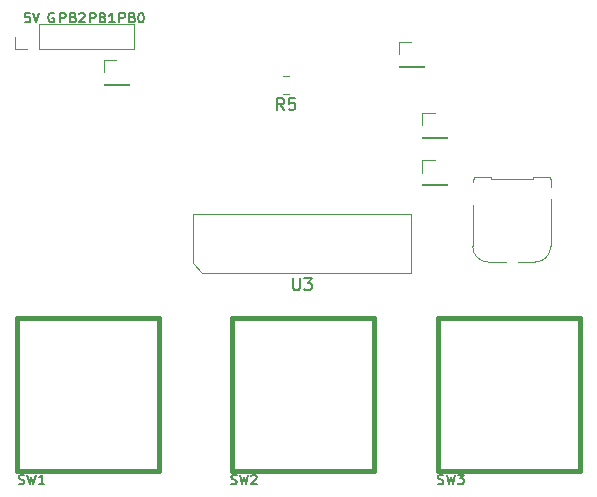
<source format=gbr>
%TF.GenerationSoftware,KiCad,Pcbnew,7.0.9*%
%TF.CreationDate,2024-01-16T21:18:43+00:00*%
%TF.ProjectId,egg-timer,6567672d-7469-46d6-9572-2e6b69636164,rev?*%
%TF.SameCoordinates,Original*%
%TF.FileFunction,Legend,Top*%
%TF.FilePolarity,Positive*%
%FSLAX46Y46*%
G04 Gerber Fmt 4.6, Leading zero omitted, Abs format (unit mm)*
G04 Created by KiCad (PCBNEW 7.0.9) date 2024-01-16 21:18:43*
%MOMM*%
%LPD*%
G01*
G04 APERTURE LIST*
%ADD10C,0.152400*%
%ADD11C,0.150000*%
%ADD12C,0.400000*%
%ADD13C,0.120000*%
G04 APERTURE END LIST*
D10*
X137255082Y-117853899D02*
X137371196Y-117892603D01*
X137371196Y-117892603D02*
X137564720Y-117892603D01*
X137564720Y-117892603D02*
X137642129Y-117853899D01*
X137642129Y-117853899D02*
X137680834Y-117815194D01*
X137680834Y-117815194D02*
X137719539Y-117737784D01*
X137719539Y-117737784D02*
X137719539Y-117660375D01*
X137719539Y-117660375D02*
X137680834Y-117582965D01*
X137680834Y-117582965D02*
X137642129Y-117544260D01*
X137642129Y-117544260D02*
X137564720Y-117505556D01*
X137564720Y-117505556D02*
X137409901Y-117466851D01*
X137409901Y-117466851D02*
X137332491Y-117428146D01*
X137332491Y-117428146D02*
X137293786Y-117389441D01*
X137293786Y-117389441D02*
X137255082Y-117312032D01*
X137255082Y-117312032D02*
X137255082Y-117234622D01*
X137255082Y-117234622D02*
X137293786Y-117157213D01*
X137293786Y-117157213D02*
X137332491Y-117118508D01*
X137332491Y-117118508D02*
X137409901Y-117079803D01*
X137409901Y-117079803D02*
X137603424Y-117079803D01*
X137603424Y-117079803D02*
X137719539Y-117118508D01*
X137990472Y-117079803D02*
X138183996Y-117892603D01*
X138183996Y-117892603D02*
X138338815Y-117312032D01*
X138338815Y-117312032D02*
X138493634Y-117892603D01*
X138493634Y-117892603D02*
X138687158Y-117079803D01*
X138919386Y-117079803D02*
X139422548Y-117079803D01*
X139422548Y-117079803D02*
X139151614Y-117389441D01*
X139151614Y-117389441D02*
X139267729Y-117389441D01*
X139267729Y-117389441D02*
X139345138Y-117428146D01*
X139345138Y-117428146D02*
X139383843Y-117466851D01*
X139383843Y-117466851D02*
X139422548Y-117544260D01*
X139422548Y-117544260D02*
X139422548Y-117737784D01*
X139422548Y-117737784D02*
X139383843Y-117815194D01*
X139383843Y-117815194D02*
X139345138Y-117853899D01*
X139345138Y-117853899D02*
X139267729Y-117892603D01*
X139267729Y-117892603D02*
X139035500Y-117892603D01*
X139035500Y-117892603D02*
X138958091Y-117853899D01*
X138958091Y-117853899D02*
X138919386Y-117815194D01*
X104719539Y-78018508D02*
X104642129Y-77979803D01*
X104642129Y-77979803D02*
X104526015Y-77979803D01*
X104526015Y-77979803D02*
X104409901Y-78018508D01*
X104409901Y-78018508D02*
X104332491Y-78095918D01*
X104332491Y-78095918D02*
X104293786Y-78173327D01*
X104293786Y-78173327D02*
X104255082Y-78328146D01*
X104255082Y-78328146D02*
X104255082Y-78444260D01*
X104255082Y-78444260D02*
X104293786Y-78599079D01*
X104293786Y-78599079D02*
X104332491Y-78676489D01*
X104332491Y-78676489D02*
X104409901Y-78753899D01*
X104409901Y-78753899D02*
X104526015Y-78792603D01*
X104526015Y-78792603D02*
X104603424Y-78792603D01*
X104603424Y-78792603D02*
X104719539Y-78753899D01*
X104719539Y-78753899D02*
X104758243Y-78715194D01*
X104758243Y-78715194D02*
X104758243Y-78444260D01*
X104758243Y-78444260D02*
X104603424Y-78444260D01*
X107823786Y-78792603D02*
X107823786Y-77979803D01*
X107823786Y-77979803D02*
X108133424Y-77979803D01*
X108133424Y-77979803D02*
X108210834Y-78018508D01*
X108210834Y-78018508D02*
X108249539Y-78057213D01*
X108249539Y-78057213D02*
X108288243Y-78134622D01*
X108288243Y-78134622D02*
X108288243Y-78250737D01*
X108288243Y-78250737D02*
X108249539Y-78328146D01*
X108249539Y-78328146D02*
X108210834Y-78366851D01*
X108210834Y-78366851D02*
X108133424Y-78405556D01*
X108133424Y-78405556D02*
X107823786Y-78405556D01*
X108907520Y-78366851D02*
X109023634Y-78405556D01*
X109023634Y-78405556D02*
X109062339Y-78444260D01*
X109062339Y-78444260D02*
X109101043Y-78521670D01*
X109101043Y-78521670D02*
X109101043Y-78637784D01*
X109101043Y-78637784D02*
X109062339Y-78715194D01*
X109062339Y-78715194D02*
X109023634Y-78753899D01*
X109023634Y-78753899D02*
X108946224Y-78792603D01*
X108946224Y-78792603D02*
X108636586Y-78792603D01*
X108636586Y-78792603D02*
X108636586Y-77979803D01*
X108636586Y-77979803D02*
X108907520Y-77979803D01*
X108907520Y-77979803D02*
X108984929Y-78018508D01*
X108984929Y-78018508D02*
X109023634Y-78057213D01*
X109023634Y-78057213D02*
X109062339Y-78134622D01*
X109062339Y-78134622D02*
X109062339Y-78212032D01*
X109062339Y-78212032D02*
X109023634Y-78289441D01*
X109023634Y-78289441D02*
X108984929Y-78328146D01*
X108984929Y-78328146D02*
X108907520Y-78366851D01*
X108907520Y-78366851D02*
X108636586Y-78366851D01*
X109875139Y-78792603D02*
X109410682Y-78792603D01*
X109642910Y-78792603D02*
X109642910Y-77979803D01*
X109642910Y-77979803D02*
X109565501Y-78095918D01*
X109565501Y-78095918D02*
X109488091Y-78173327D01*
X109488091Y-78173327D02*
X109410682Y-78212032D01*
X105293786Y-78792603D02*
X105293786Y-77979803D01*
X105293786Y-77979803D02*
X105603424Y-77979803D01*
X105603424Y-77979803D02*
X105680834Y-78018508D01*
X105680834Y-78018508D02*
X105719539Y-78057213D01*
X105719539Y-78057213D02*
X105758243Y-78134622D01*
X105758243Y-78134622D02*
X105758243Y-78250737D01*
X105758243Y-78250737D02*
X105719539Y-78328146D01*
X105719539Y-78328146D02*
X105680834Y-78366851D01*
X105680834Y-78366851D02*
X105603424Y-78405556D01*
X105603424Y-78405556D02*
X105293786Y-78405556D01*
X106377520Y-78366851D02*
X106493634Y-78405556D01*
X106493634Y-78405556D02*
X106532339Y-78444260D01*
X106532339Y-78444260D02*
X106571043Y-78521670D01*
X106571043Y-78521670D02*
X106571043Y-78637784D01*
X106571043Y-78637784D02*
X106532339Y-78715194D01*
X106532339Y-78715194D02*
X106493634Y-78753899D01*
X106493634Y-78753899D02*
X106416224Y-78792603D01*
X106416224Y-78792603D02*
X106106586Y-78792603D01*
X106106586Y-78792603D02*
X106106586Y-77979803D01*
X106106586Y-77979803D02*
X106377520Y-77979803D01*
X106377520Y-77979803D02*
X106454929Y-78018508D01*
X106454929Y-78018508D02*
X106493634Y-78057213D01*
X106493634Y-78057213D02*
X106532339Y-78134622D01*
X106532339Y-78134622D02*
X106532339Y-78212032D01*
X106532339Y-78212032D02*
X106493634Y-78289441D01*
X106493634Y-78289441D02*
X106454929Y-78328146D01*
X106454929Y-78328146D02*
X106377520Y-78366851D01*
X106377520Y-78366851D02*
X106106586Y-78366851D01*
X106880682Y-78057213D02*
X106919386Y-78018508D01*
X106919386Y-78018508D02*
X106996796Y-77979803D01*
X106996796Y-77979803D02*
X107190320Y-77979803D01*
X107190320Y-77979803D02*
X107267729Y-78018508D01*
X107267729Y-78018508D02*
X107306434Y-78057213D01*
X107306434Y-78057213D02*
X107345139Y-78134622D01*
X107345139Y-78134622D02*
X107345139Y-78212032D01*
X107345139Y-78212032D02*
X107306434Y-78328146D01*
X107306434Y-78328146D02*
X106841977Y-78792603D01*
X106841977Y-78792603D02*
X107345139Y-78792603D01*
X110293786Y-78792603D02*
X110293786Y-77979803D01*
X110293786Y-77979803D02*
X110603424Y-77979803D01*
X110603424Y-77979803D02*
X110680834Y-78018508D01*
X110680834Y-78018508D02*
X110719539Y-78057213D01*
X110719539Y-78057213D02*
X110758243Y-78134622D01*
X110758243Y-78134622D02*
X110758243Y-78250737D01*
X110758243Y-78250737D02*
X110719539Y-78328146D01*
X110719539Y-78328146D02*
X110680834Y-78366851D01*
X110680834Y-78366851D02*
X110603424Y-78405556D01*
X110603424Y-78405556D02*
X110293786Y-78405556D01*
X111377520Y-78366851D02*
X111493634Y-78405556D01*
X111493634Y-78405556D02*
X111532339Y-78444260D01*
X111532339Y-78444260D02*
X111571043Y-78521670D01*
X111571043Y-78521670D02*
X111571043Y-78637784D01*
X111571043Y-78637784D02*
X111532339Y-78715194D01*
X111532339Y-78715194D02*
X111493634Y-78753899D01*
X111493634Y-78753899D02*
X111416224Y-78792603D01*
X111416224Y-78792603D02*
X111106586Y-78792603D01*
X111106586Y-78792603D02*
X111106586Y-77979803D01*
X111106586Y-77979803D02*
X111377520Y-77979803D01*
X111377520Y-77979803D02*
X111454929Y-78018508D01*
X111454929Y-78018508D02*
X111493634Y-78057213D01*
X111493634Y-78057213D02*
X111532339Y-78134622D01*
X111532339Y-78134622D02*
X111532339Y-78212032D01*
X111532339Y-78212032D02*
X111493634Y-78289441D01*
X111493634Y-78289441D02*
X111454929Y-78328146D01*
X111454929Y-78328146D02*
X111377520Y-78366851D01*
X111377520Y-78366851D02*
X111106586Y-78366851D01*
X112074205Y-77979803D02*
X112151615Y-77979803D01*
X112151615Y-77979803D02*
X112229024Y-78018508D01*
X112229024Y-78018508D02*
X112267729Y-78057213D01*
X112267729Y-78057213D02*
X112306434Y-78134622D01*
X112306434Y-78134622D02*
X112345139Y-78289441D01*
X112345139Y-78289441D02*
X112345139Y-78482965D01*
X112345139Y-78482965D02*
X112306434Y-78637784D01*
X112306434Y-78637784D02*
X112267729Y-78715194D01*
X112267729Y-78715194D02*
X112229024Y-78753899D01*
X112229024Y-78753899D02*
X112151615Y-78792603D01*
X112151615Y-78792603D02*
X112074205Y-78792603D01*
X112074205Y-78792603D02*
X111996796Y-78753899D01*
X111996796Y-78753899D02*
X111958091Y-78715194D01*
X111958091Y-78715194D02*
X111919386Y-78637784D01*
X111919386Y-78637784D02*
X111880682Y-78482965D01*
X111880682Y-78482965D02*
X111880682Y-78289441D01*
X111880682Y-78289441D02*
X111919386Y-78134622D01*
X111919386Y-78134622D02*
X111958091Y-78057213D01*
X111958091Y-78057213D02*
X111996796Y-78018508D01*
X111996796Y-78018508D02*
X112074205Y-77979803D01*
X119755082Y-117853899D02*
X119871196Y-117892603D01*
X119871196Y-117892603D02*
X120064720Y-117892603D01*
X120064720Y-117892603D02*
X120142129Y-117853899D01*
X120142129Y-117853899D02*
X120180834Y-117815194D01*
X120180834Y-117815194D02*
X120219539Y-117737784D01*
X120219539Y-117737784D02*
X120219539Y-117660375D01*
X120219539Y-117660375D02*
X120180834Y-117582965D01*
X120180834Y-117582965D02*
X120142129Y-117544260D01*
X120142129Y-117544260D02*
X120064720Y-117505556D01*
X120064720Y-117505556D02*
X119909901Y-117466851D01*
X119909901Y-117466851D02*
X119832491Y-117428146D01*
X119832491Y-117428146D02*
X119793786Y-117389441D01*
X119793786Y-117389441D02*
X119755082Y-117312032D01*
X119755082Y-117312032D02*
X119755082Y-117234622D01*
X119755082Y-117234622D02*
X119793786Y-117157213D01*
X119793786Y-117157213D02*
X119832491Y-117118508D01*
X119832491Y-117118508D02*
X119909901Y-117079803D01*
X119909901Y-117079803D02*
X120103424Y-117079803D01*
X120103424Y-117079803D02*
X120219539Y-117118508D01*
X120490472Y-117079803D02*
X120683996Y-117892603D01*
X120683996Y-117892603D02*
X120838815Y-117312032D01*
X120838815Y-117312032D02*
X120993634Y-117892603D01*
X120993634Y-117892603D02*
X121187158Y-117079803D01*
X121458091Y-117157213D02*
X121496795Y-117118508D01*
X121496795Y-117118508D02*
X121574205Y-117079803D01*
X121574205Y-117079803D02*
X121767729Y-117079803D01*
X121767729Y-117079803D02*
X121845138Y-117118508D01*
X121845138Y-117118508D02*
X121883843Y-117157213D01*
X121883843Y-117157213D02*
X121922548Y-117234622D01*
X121922548Y-117234622D02*
X121922548Y-117312032D01*
X121922548Y-117312032D02*
X121883843Y-117428146D01*
X121883843Y-117428146D02*
X121419386Y-117892603D01*
X121419386Y-117892603D02*
X121922548Y-117892603D01*
X102680834Y-77979803D02*
X102293786Y-77979803D01*
X102293786Y-77979803D02*
X102255082Y-78366851D01*
X102255082Y-78366851D02*
X102293786Y-78328146D01*
X102293786Y-78328146D02*
X102371196Y-78289441D01*
X102371196Y-78289441D02*
X102564720Y-78289441D01*
X102564720Y-78289441D02*
X102642129Y-78328146D01*
X102642129Y-78328146D02*
X102680834Y-78366851D01*
X102680834Y-78366851D02*
X102719539Y-78444260D01*
X102719539Y-78444260D02*
X102719539Y-78637784D01*
X102719539Y-78637784D02*
X102680834Y-78715194D01*
X102680834Y-78715194D02*
X102642129Y-78753899D01*
X102642129Y-78753899D02*
X102564720Y-78792603D01*
X102564720Y-78792603D02*
X102371196Y-78792603D01*
X102371196Y-78792603D02*
X102293786Y-78753899D01*
X102293786Y-78753899D02*
X102255082Y-78715194D01*
X102951767Y-77979803D02*
X103222700Y-78792603D01*
X103222700Y-78792603D02*
X103493634Y-77979803D01*
X101755082Y-117853899D02*
X101871196Y-117892603D01*
X101871196Y-117892603D02*
X102064720Y-117892603D01*
X102064720Y-117892603D02*
X102142129Y-117853899D01*
X102142129Y-117853899D02*
X102180834Y-117815194D01*
X102180834Y-117815194D02*
X102219539Y-117737784D01*
X102219539Y-117737784D02*
X102219539Y-117660375D01*
X102219539Y-117660375D02*
X102180834Y-117582965D01*
X102180834Y-117582965D02*
X102142129Y-117544260D01*
X102142129Y-117544260D02*
X102064720Y-117505556D01*
X102064720Y-117505556D02*
X101909901Y-117466851D01*
X101909901Y-117466851D02*
X101832491Y-117428146D01*
X101832491Y-117428146D02*
X101793786Y-117389441D01*
X101793786Y-117389441D02*
X101755082Y-117312032D01*
X101755082Y-117312032D02*
X101755082Y-117234622D01*
X101755082Y-117234622D02*
X101793786Y-117157213D01*
X101793786Y-117157213D02*
X101832491Y-117118508D01*
X101832491Y-117118508D02*
X101909901Y-117079803D01*
X101909901Y-117079803D02*
X102103424Y-117079803D01*
X102103424Y-117079803D02*
X102219539Y-117118508D01*
X102490472Y-117079803D02*
X102683996Y-117892603D01*
X102683996Y-117892603D02*
X102838815Y-117312032D01*
X102838815Y-117312032D02*
X102993634Y-117892603D01*
X102993634Y-117892603D02*
X103187158Y-117079803D01*
X103922548Y-117892603D02*
X103458091Y-117892603D01*
X103690319Y-117892603D02*
X103690319Y-117079803D01*
X103690319Y-117079803D02*
X103612910Y-117195918D01*
X103612910Y-117195918D02*
X103535500Y-117273327D01*
X103535500Y-117273327D02*
X103458091Y-117312032D01*
D11*
X124233333Y-86204819D02*
X123900000Y-85728628D01*
X123661905Y-86204819D02*
X123661905Y-85204819D01*
X123661905Y-85204819D02*
X124042857Y-85204819D01*
X124042857Y-85204819D02*
X124138095Y-85252438D01*
X124138095Y-85252438D02*
X124185714Y-85300057D01*
X124185714Y-85300057D02*
X124233333Y-85395295D01*
X124233333Y-85395295D02*
X124233333Y-85538152D01*
X124233333Y-85538152D02*
X124185714Y-85633390D01*
X124185714Y-85633390D02*
X124138095Y-85681009D01*
X124138095Y-85681009D02*
X124042857Y-85728628D01*
X124042857Y-85728628D02*
X123661905Y-85728628D01*
X125138095Y-85204819D02*
X124661905Y-85204819D01*
X124661905Y-85204819D02*
X124614286Y-85681009D01*
X124614286Y-85681009D02*
X124661905Y-85633390D01*
X124661905Y-85633390D02*
X124757143Y-85585771D01*
X124757143Y-85585771D02*
X124995238Y-85585771D01*
X124995238Y-85585771D02*
X125090476Y-85633390D01*
X125090476Y-85633390D02*
X125138095Y-85681009D01*
X125138095Y-85681009D02*
X125185714Y-85776247D01*
X125185714Y-85776247D02*
X125185714Y-86014342D01*
X125185714Y-86014342D02*
X125138095Y-86109580D01*
X125138095Y-86109580D02*
X125090476Y-86157200D01*
X125090476Y-86157200D02*
X124995238Y-86204819D01*
X124995238Y-86204819D02*
X124757143Y-86204819D01*
X124757143Y-86204819D02*
X124661905Y-86157200D01*
X124661905Y-86157200D02*
X124614286Y-86109580D01*
X124988095Y-100454819D02*
X124988095Y-101264342D01*
X124988095Y-101264342D02*
X125035714Y-101359580D01*
X125035714Y-101359580D02*
X125083333Y-101407200D01*
X125083333Y-101407200D02*
X125178571Y-101454819D01*
X125178571Y-101454819D02*
X125369047Y-101454819D01*
X125369047Y-101454819D02*
X125464285Y-101407200D01*
X125464285Y-101407200D02*
X125511904Y-101359580D01*
X125511904Y-101359580D02*
X125559523Y-101264342D01*
X125559523Y-101264342D02*
X125559523Y-100454819D01*
X125940476Y-100454819D02*
X126559523Y-100454819D01*
X126559523Y-100454819D02*
X126226190Y-100835771D01*
X126226190Y-100835771D02*
X126369047Y-100835771D01*
X126369047Y-100835771D02*
X126464285Y-100883390D01*
X126464285Y-100883390D02*
X126511904Y-100931009D01*
X126511904Y-100931009D02*
X126559523Y-101026247D01*
X126559523Y-101026247D02*
X126559523Y-101264342D01*
X126559523Y-101264342D02*
X126511904Y-101359580D01*
X126511904Y-101359580D02*
X126464285Y-101407200D01*
X126464285Y-101407200D02*
X126369047Y-101454819D01*
X126369047Y-101454819D02*
X126083333Y-101454819D01*
X126083333Y-101454819D02*
X125988095Y-101407200D01*
X125988095Y-101407200D02*
X125940476Y-101359580D01*
D12*
%TO.C,SW2*%
X119800000Y-116800000D02*
X131800000Y-116800000D01*
X131800000Y-116800000D02*
X131800000Y-103800000D01*
X131800000Y-103800000D02*
X119800000Y-103800000D01*
X119800000Y-103800000D02*
X119800000Y-116800000D01*
D13*
%TO.C,R5*%
X124627064Y-84835000D02*
X124172936Y-84835000D01*
X124627064Y-83365000D02*
X124172936Y-83365000D01*
%TO.C,J5*%
X133940000Y-80440000D02*
X135000000Y-80440000D01*
X133940000Y-81500000D02*
X133940000Y-80440000D01*
X133940000Y-82500000D02*
X133940000Y-82560000D01*
X133940000Y-82500000D02*
X136060000Y-82500000D01*
X133940000Y-82560000D02*
X136060000Y-82560000D01*
X136060000Y-82500000D02*
X136060000Y-82560000D01*
D12*
%TO.C,SW1*%
X101600000Y-116800000D02*
X113600000Y-116800000D01*
X113600000Y-116800000D02*
X113600000Y-103800000D01*
X113600000Y-103800000D02*
X101600000Y-103800000D01*
X101600000Y-103800000D02*
X101600000Y-116800000D01*
D13*
%TO.C,RV1*%
X140190000Y-92050000D02*
X140190000Y-92300000D01*
X140190000Y-97760000D02*
X140190000Y-94220000D01*
X140290000Y-91850000D02*
X140290000Y-92050000D01*
X140290000Y-91850000D02*
X141710000Y-91850000D01*
X140290000Y-92050000D02*
X140190000Y-92050000D01*
X141710000Y-92050000D02*
X141710000Y-91850000D01*
X141710000Y-92050000D02*
X145290000Y-92050000D01*
X142990000Y-99070000D02*
X141500000Y-99070000D01*
X145290000Y-91850000D02*
X146710000Y-91850000D01*
X145290000Y-92050000D02*
X145290000Y-91850000D01*
X145500000Y-99070000D02*
X144010000Y-99070000D01*
X146710000Y-91850000D02*
X146710000Y-92050000D01*
X146710000Y-92050000D02*
X146810000Y-92050000D01*
X146810000Y-92050000D02*
X146810000Y-92740000D01*
X146810000Y-93780000D02*
X146810000Y-97760000D01*
X140190000Y-97760000D02*
G75*
G03*
X141500000Y-99070000I1310000J0D01*
G01*
X145500000Y-99070000D02*
G75*
G03*
X146810000Y-97760000I0J1310000D01*
G01*
%TO.C,U3*%
X116500000Y-95000000D02*
X135000000Y-95000000D01*
X116500000Y-99200000D02*
X116500000Y-95000000D01*
X117300000Y-100000000D02*
X116500000Y-99200000D01*
X135000000Y-95000000D02*
X135000000Y-100000000D01*
X135000000Y-100000000D02*
X117300000Y-100000000D01*
D12*
%TO.C,SW3*%
X137300000Y-116800000D02*
X149300000Y-116800000D01*
X149300000Y-116800000D02*
X149300000Y-103800000D01*
X149300000Y-103800000D02*
X137300000Y-103800000D01*
X137300000Y-103800000D02*
X137300000Y-116800000D01*
D13*
%TO.C,J4*%
X108940000Y-81940000D02*
X110000000Y-81940000D01*
X108940000Y-83000000D02*
X108940000Y-81940000D01*
X108940000Y-84000000D02*
X108940000Y-84060000D01*
X108940000Y-84000000D02*
X111060000Y-84000000D01*
X108940000Y-84060000D02*
X111060000Y-84060000D01*
X111060000Y-84000000D02*
X111060000Y-84060000D01*
%TO.C,J2*%
X135940000Y-86440000D02*
X137000000Y-86440000D01*
X135940000Y-87500000D02*
X135940000Y-86440000D01*
X135940000Y-88500000D02*
X135940000Y-88560000D01*
X135940000Y-88500000D02*
X138060000Y-88500000D01*
X135940000Y-88560000D02*
X138060000Y-88560000D01*
X138060000Y-88500000D02*
X138060000Y-88560000D01*
%TO.C,J3*%
X135940000Y-90440000D02*
X137000000Y-90440000D01*
X135940000Y-91500000D02*
X135940000Y-90440000D01*
X135940000Y-92500000D02*
X135940000Y-92560000D01*
X135940000Y-92500000D02*
X138060000Y-92500000D01*
X135940000Y-92560000D02*
X138060000Y-92560000D01*
X138060000Y-92500000D02*
X138060000Y-92560000D01*
%TO.C,J1*%
X101440000Y-81060000D02*
X101440000Y-80000000D01*
X102500000Y-81060000D02*
X101440000Y-81060000D01*
X103500000Y-81060000D02*
X111560000Y-81060000D01*
X103500000Y-81060000D02*
X103500000Y-78940000D01*
X111560000Y-81060000D02*
X111560000Y-78940000D01*
X103500000Y-78940000D02*
X111560000Y-78940000D01*
%TD*%
M02*

</source>
